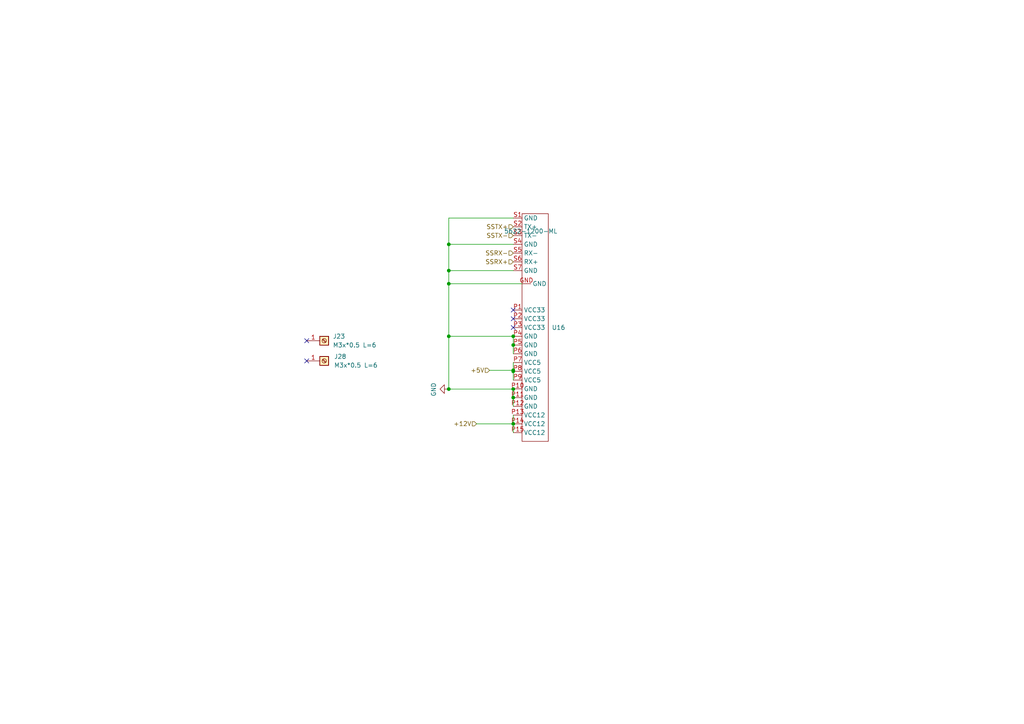
<source format=kicad_sch>
(kicad_sch (version 20230819) (generator eeschema)
  (paper "A4")
  (lib_symbols
    (symbol "Connector:Screw_Terminal_01x01" (pin_names (offset 1.016) hide)
      (property "Reference" "J" (at 0 2.54 0))
      (property "Value" "Screw_Terminal_01x01" (at 0 -2.54 0))
      (symbol "Screw_Terminal_01x01_1_1"
        (rectangle (start -1.27 1.27) (end 1.27 -1.27) (stroke (width 0.254)) (fill (type background)))
        (polyline (pts (xy -0.5334 0.3302) (xy 0.3302 -0.508)) (stroke (width 0.1524)))
        (polyline (pts (xy -0.3556 0.508) (xy 0.508 -0.3302)) (stroke (width 0.1524)))
        (circle (center 0 0) (radius 0.635) (stroke (width 0.1524)))
        (pin passive line (at -5.08 0 0) (length 3.81) (name "Pin_1") (number "1"))
      )
    )
    (symbol "SATA:SATA"
      (property "Reference" "U" (at 0 7.112 0))
      (symbol "SATA_0_1"
        (rectangle (start -2.54 5.08) (end 5.08 -60.96))
      )
      (symbol "SATA_1_1"
        (pin input line (at -2.54 -15.24 0) (length 2.54) (name "GND") (number "GND"))
        (pin input line (at -5.08 -22.86 0) (length 2.54) (name "VCC33") (number "P1"))
        (pin input line (at -5.08 -45.72 0) (length 2.54) (name "GND") (number "P10"))
        (pin input line (at -5.08 -48.26 0) (length 2.54) (name "GND") (number "P11"))
        (pin input line (at -5.08 -50.8 0) (length 2.54) (name "GND") (number "P12"))
        (pin input line (at -5.08 -53.34 0) (length 2.54) (name "VCC12") (number "P13"))
        (pin input line (at -5.08 -55.88 0) (length 2.54) (name "VCC12") (number "P14"))
        (pin input line (at -5.08 -58.42 0) (length 2.54) (name "VCC12") (number "P15"))
        (pin input line (at -5.08 -25.4 0) (length 2.54) (name "VCC33") (number "P2"))
        (pin input line (at -5.08 -27.94 0) (length 2.54) (name "VCC33") (number "P3"))
        (pin input line (at -5.08 -30.48 0) (length 2.54) (name "GND") (number "P4"))
        (pin input line (at -5.08 -33.02 0) (length 2.54) (name "GND") (number "P5"))
        (pin input line (at -5.08 -35.56 0) (length 2.54) (name "GND") (number "P6"))
        (pin input line (at -5.08 -38.1 0) (length 2.54) (name "VCC5") (number "P7"))
        (pin input line (at -5.08 -40.64 0) (length 2.54) (name "VCC5") (number "P8"))
        (pin input line (at -5.08 -43.18 0) (length 2.54) (name "VCC5") (number "P9"))
        (pin input line (at -5.08 3.81 0) (length 2.54) (name "GND") (number "S1"))
        (pin input line (at -5.08 1.27 0) (length 2.54) (name "TX+") (number "S2"))
        (pin input line (at -5.08 -1.27 0) (length 2.54) (name "TX-") (number "S3"))
        (pin input line (at -5.08 -3.81 0) (length 2.54) (name "GND") (number "S4"))
        (pin input line (at -5.08 -6.35 0) (length 2.54) (name "RX-") (number "S5"))
        (pin input line (at -5.08 -8.89 0) (length 2.54) (name "RX+") (number "S6"))
        (pin input line (at -5.08 -11.43 0) (length 2.54) (name "GND") (number "S7"))
      )
    )
    (symbol "power:GND" (power) (pin_names (offset 0))
      (property "Value" "GND" (at 0 -3.81 0))
      (symbol "GND_0_1"
        (polyline (pts (xy 0 0) (xy 0 -1.27) (xy 1.27 -1.27) (xy 0 -2.54) (xy -1.27 -1.27) (xy 0 -1.27)))
      )
      (symbol "GND_1_1"
        (pin power_in line (at 0 0 270) (length 0) hide (name "GND") (number "1"))
      )
    )
  )
  (junction (at 148.8676 107.4096))
  (junction (at 130.166 78.4891))
  (junction (at 148.8676 97.5391))
  (junction (at 148.8676 100.0791))
  (junction (at 148.8676 112.8509))
  (junction (at 130.166 70.8691))
  (junction (at 130.166 97.5391))
  (junction (at 130.166 112.8509))
  (junction (at 148.8676 122.9391))
  (junction (at 148.8676 115.3191))
  (junction (at 148.8676 107.6991))
  (junction (at 130.166 82.2991))
  (no_connect (at 88.9553 104.681))
  (no_connect (at 148.8676 94.9991))
  (no_connect (at 148.8676 92.4591))
  (no_connect (at 88.9553 98.8308))
  (no_connect (at 148.8676 89.9191))
  (wire (pts (xy 130.166 112.8509) (xy 148.8676 112.8509)))
  (wire (pts (xy 148.8676 115.3191) (xy 148.8676 117.8591)))
  (wire (pts (xy 148.8676 102.6191) (xy 148.8676 100.0791)))
  (wire (pts (xy 130.166 82.2991) (xy 130.166 97.5391)))
  (wire (pts (xy 148.8676 105.1591) (xy 148.8676 107.4096)))
  (wire (pts (xy 148.8676 112.7791) (xy 148.8676 112.8509)))
  (wire (pts (xy 130.166 97.5391) (xy 130.166 112.8509)))
  (wire (pts (xy 148.8676 107.4096) (xy 148.8676 107.6991)))
  (wire (pts (xy 130.166 78.4891) (xy 130.166 70.8691)))
  (wire (pts (xy 148.8676 120.3991) (xy 148.8676 122.9391)))
  (wire (pts (xy 138.2261 122.9391) (xy 148.8676 122.9391)))
  (wire (pts (xy 130.166 63.2491) (xy 130.166 70.8691)))
  (wire (pts (xy 148.8676 107.4096) (xy 141.9867 107.4096)))
  (wire (pts (xy 148.8676 97.5391) (xy 130.166 97.5391)))
  (wire (pts (xy 148.8676 78.4891) (xy 130.166 78.4891)))
  (wire (pts (xy 148.8676 122.9391) (xy 148.8676 125.4791)))
  (wire (pts (xy 148.8676 112.8509) (xy 148.8676 115.3191)))
  (wire (pts (xy 148.8676 110.2391) (xy 148.8676 107.6991)))
  (wire (pts (xy 130.166 78.4891) (xy 130.166 82.2991)))
  (wire (pts (xy 138.2261 122.9153) (xy 138.2261 122.9391)))
  (wire (pts (xy 148.8676 63.2491) (xy 130.166 63.2491)))
  (wire (pts (xy 130.166 70.8691) (xy 148.8676 70.8691)))
  (wire (pts (xy 148.8676 100.0791) (xy 148.8676 97.5391)))
  (wire (pts (xy 151.4076 82.2991) (xy 130.166 82.2991)))
  (hierarchical_label "SSTX-" (shape input) (at 148.8676 68.3291 180))
  (hierarchical_label "+5V" (shape input) (at 141.9867 107.4096 180))
  (hierarchical_label "SSRX-" (shape input) (at 148.8676 73.4091 180))
  (hierarchical_label "+12V" (shape input) (at 138.2261 122.9153 180))
  (hierarchical_label "SSTX+" (shape input) (at 148.8676 65.7891 180))
  (hierarchical_label "SSRX+" (shape input) (at 148.8676 75.9491 180))
  (symbol (lib_id "Connector:Screw_Terminal_01x01") (at 94.0353 104.681 0) (unit 1)
    (property "Reference" "J28" (at 96.8868 103.4109 0) (effects (justify left)))
    (property "Value" "M3x*0.5 L=6" (at 96.8868 105.9509 0) (effects (justify left)))
    (property "Footprint" "VİA:Screw_terminal_shinbo" (effects hide))
    (property "Description" "Board mounting elevator    M3 hole size, 4 pins PCB-64-M3" (effects hide))
    (instances (project "RP2040_minimal" (path "" (reference "J28") (unit 1)) (path "" (reference "J30") (unit 1))))
  )
  (symbol (lib_id "SATA:SATA") (at 153.9476 67.0591 0) (unit 1)
    (property "Reference" "U16" (at 160.02 94.999 0) (effects (justify left)))
    (property "Value" "5622-1200-ML" (at 153.9476 67.0591 0))
    (property "Footprint" "SATA_Connector:SATA_Connector_5622-1200-ML" (effects hide))
  )
  (symbol (lib_id "power:GND") (at 130.166 112.8509 270) (unit 1)
    (property "Reference" "#PWR0152" (effects hide))
    (property "Value" "GND" (at 125.7718 112.9779 0))
    (instances (project "RP2040_minimal" (path "" (reference "#PWR0152") (unit 1)) (path "" (reference "#PWR026") (unit 1)) (path "" (reference "#PWR069") (unit 1))))
  )
  (symbol (lib_id "Connector:Screw_Terminal_01x01") (at 94.0353 98.8308 0) (unit 1)
    (property "Reference" "J23" (at 96.52 97.5607 0) (effects (justify left)))
    (property "Value" "M3x*0.5 L=6" (at 96.52 100.1007 0) (effects (justify left)))
    (property "Footprint" "VİA:Screw_terminal_shinbo" (effects hide))
    (property "Description" "Board mounting elevator    M3 hole size, 4 pins PCB-64-M3" (effects hide))
    (instances (project "RP2040_minimal" (path "" (reference "J23") (unit 1)) (path "" (reference "J29") (unit 1))))
  )
)
</source>
